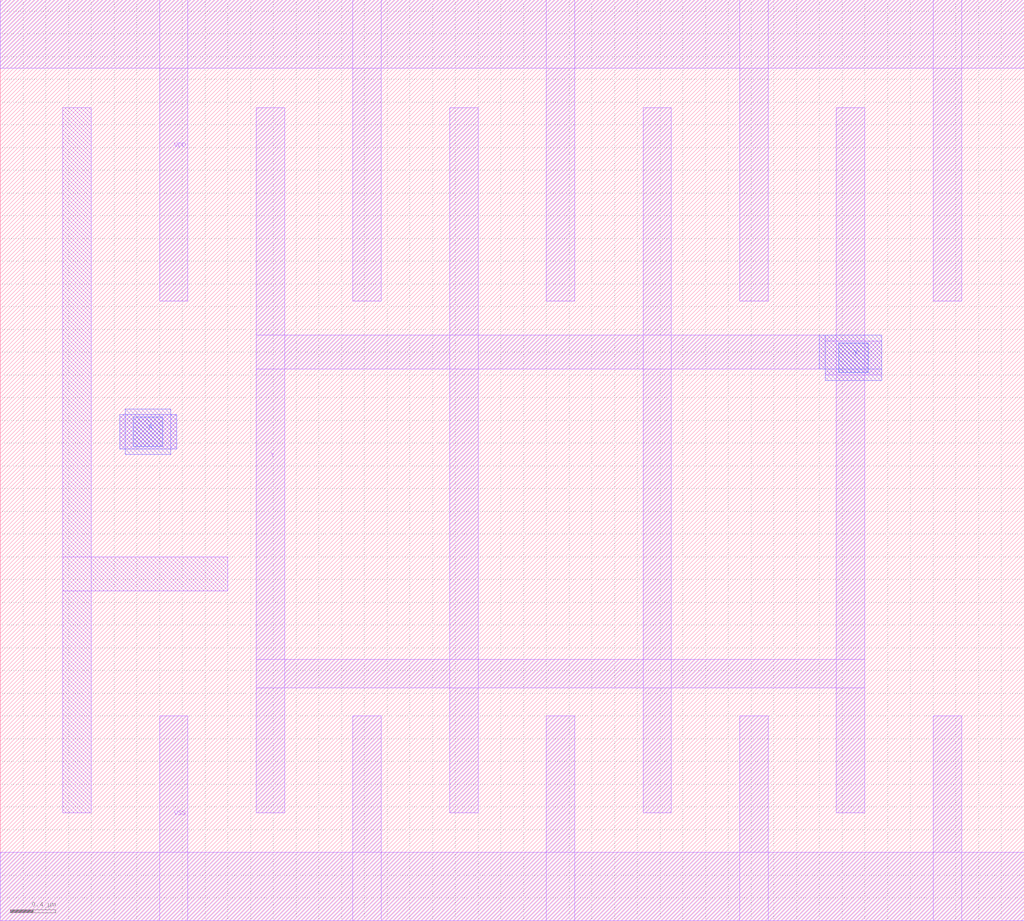
<source format=lef>
# Copyright 2022 Google LLC
# Licensed under the Apache License, Version 2.0 (the "License");
# you may not use this file except in compliance with the License.
# You may obtain a copy of the License at
#
#      http://www.apache.org/licenses/LICENSE-2.0
#
# Unless required by applicable law or agreed to in writing, software
# distributed under the License is distributed on an "AS IS" BASIS,
# WITHOUT WARRANTIES OR CONDITIONS OF ANY KIND, either express or implied.
# See the License for the specific language governing permissions and
# limitations under the License.
VERSION 5.7 ;
BUSBITCHARS "[]" ;
DIVIDERCHAR "/" ;

MACRO gf180mcu_osu_sc_12T_buf_8
  CLASS CORE ;
  ORIGIN 0 0 ;
  FOREIGN gf180mcu_osu_sc_12T_buf_8 0 0 ;
  SIZE 9 BY 8.1 ;
  SYMMETRY X Y ;
  SITE GF180_3p3_12t ;
  PIN VDD
    DIRECTION INOUT ;
    USE POWER ;
    SHAPE ABUTMENT ;
    PORT
      LAYER MET1 ;
        RECT 0 7.5 9 8.1 ;
        RECT 8.2 5.45 8.45 8.1 ;
        RECT 6.5 5.45 6.75 8.1 ;
        RECT 4.8 5.45 5.05 8.1 ;
        RECT 3.1 5.45 3.35 8.1 ;
        RECT 1.4 5.45 1.65 8.1 ;
    END
  END VDD
  PIN VSS
    DIRECTION INOUT ;
    USE GROUND ;
    PORT
      LAYER MET1 ;
        RECT 0 0 9 0.6 ;
        RECT 8.2 0 8.45 1.8 ;
        RECT 6.5 0 6.75 1.8 ;
        RECT 4.8 0 5.05 1.8 ;
        RECT 3.1 0 3.35 1.8 ;
        RECT 1.4 0 1.65 1.8 ;
    END
  END VSS
  PIN A
    DIRECTION INPUT ;
    USE SIGNAL ;
    PORT
      LAYER MET1 ;
        RECT 1.05 4.15 1.55 4.45 ;
      LAYER MET2 ;
        RECT 1.05 4.15 1.55 4.45 ;
        RECT 1.1 4.1 1.5 4.5 ;
      LAYER VIA12 ;
        RECT 1.17 4.17 1.43 4.43 ;
    END
  END A
  PIN Y
    DIRECTION OUTPUT ;
    USE SIGNAL ;
    PORT
      LAYER MET1 ;
        RECT 7.25 4.8 7.75 5.1 ;
        RECT 7.35 0.95 7.6 7.15 ;
        RECT 2.25 4.85 7.6 5.15 ;
        RECT 2.25 2.05 7.6 2.3 ;
        RECT 5.65 0.95 5.9 7.15 ;
        RECT 3.95 0.95 4.2 7.15 ;
        RECT 2.25 0.95 2.5 7.15 ;
      LAYER MET2 ;
        RECT 7.2 4.85 7.75 5.15 ;
        RECT 7.25 4.75 7.75 5.15 ;
      LAYER VIA12 ;
        RECT 7.37 4.82 7.63 5.08 ;
    END
  END Y
  OBS
    LAYER MET1 ;
      RECT 0.55 0.95 0.8 7.15 ;
      RECT 0.55 2.9 2 3.2 ;
  END
END gf180mcu_osu_sc_12T_buf_8

</source>
